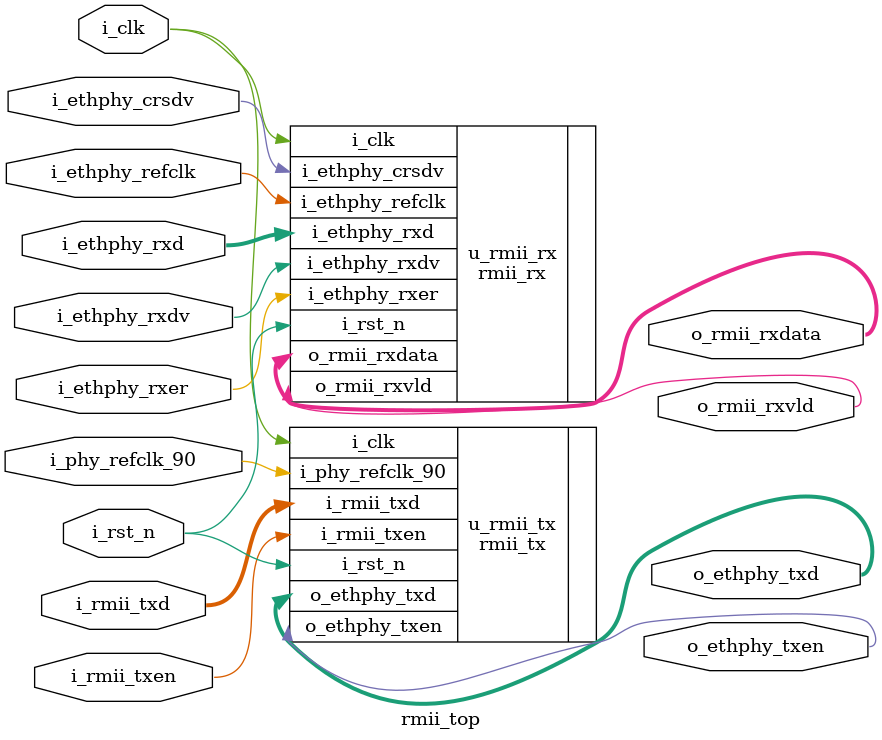
<source format=v>
`timescale   1ns/1ps
module rmii_top(
    input                       i_clk,
    input                       i_rst_n,

	//rmii rx domain
	input					    i_ethphy_refclk, //D3 50Mhz        1:0 3:2 5:4 7:6
	input					    i_ethphy_crsdv,
	input					    i_ethphy_rxer,
	input					    i_ethphy_rxdv,
	input  [1:0]				i_ethphy_rxd,		//RMII rxd
	output						o_rmii_rxvld,
    output [1:0]                o_rmii_rxdata,

	//rmii tx domain
	input					    i_phy_refclk_90,
	input           		    i_rmii_txen,
	input  [1:0]    		    i_rmii_txd,
	output						o_ethphy_txen,
    output [1:0]				o_ethphy_txd
);
	//--------------------------------------------------------------------------------------------------
	// localparam and parameter define
	//--------------------------------------------------------------------------------------------------	
	rmii_rx u_rmii_rx (     
	    .i_clk   		        ( i_clk						),
	    .i_rst_n  			    ( i_rst_n                   ),

        .i_ethphy_refclk        ( i_ethphy_refclk           ),
        .i_ethphy_crsdv         ( i_ethphy_crsdv            ),
	    .i_ethphy_rxdv          ( i_ethphy_rxdv             ),
		.i_ethphy_rxd           ( i_ethphy_rxd              ),
	    .i_ethphy_rxer          ( i_ethphy_rxer             ),
    
        .o_rmii_rxvld           ( o_rmii_rxvld              ),
        .o_rmii_rxdata          ( o_rmii_rxdata             )
	);
    
    rmii_tx u_rmii_tx (     
	    .i_clk   		        ( i_clk						),
	    .i_rst_n  			    ( i_rst_n                   ),

        .i_phy_refclk_90       	( i_phy_refclk_90			),
		.i_rmii_txen            ( i_rmii_txen               ),
	    .i_rmii_txd             ( i_rmii_txd                ),
        .o_ethphy_txen          ( o_ethphy_txen             ),
	    .o_ethphy_txd           ( o_ethphy_txd              )    
	);
endmodule
</source>
